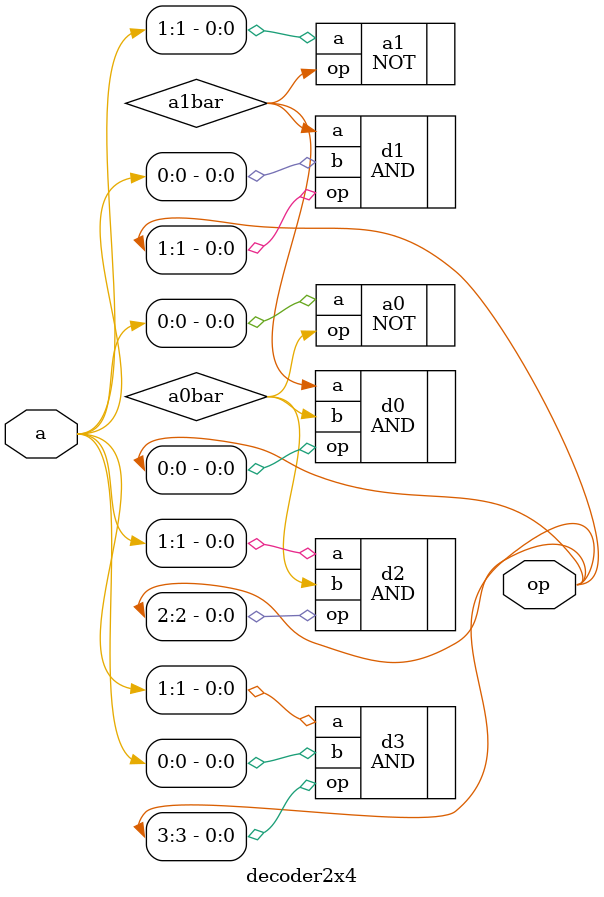
<source format=v>
`timescale 1ns / 1ps

module decoder2x4(
    input [1:0] a,
    output [3:0] op
    );
    wire a0bar,a1bar;
    NOT a0(.a(a[0]), .op(a0bar));
    NOT a1(.a(a[1]), .op(a1bar));
    AND d0(.a(a1bar), .b(a0bar), .op(op[0]));
    AND d1(.a(a1bar), .b(a[0]), .op(op[1]));
    AND d2(.a(a[1]), .b(a0bar), .op(op[2]));
    AND d3(.a(a[1]), .b(a[0]), .op(op[3]));    
endmodule
</source>
